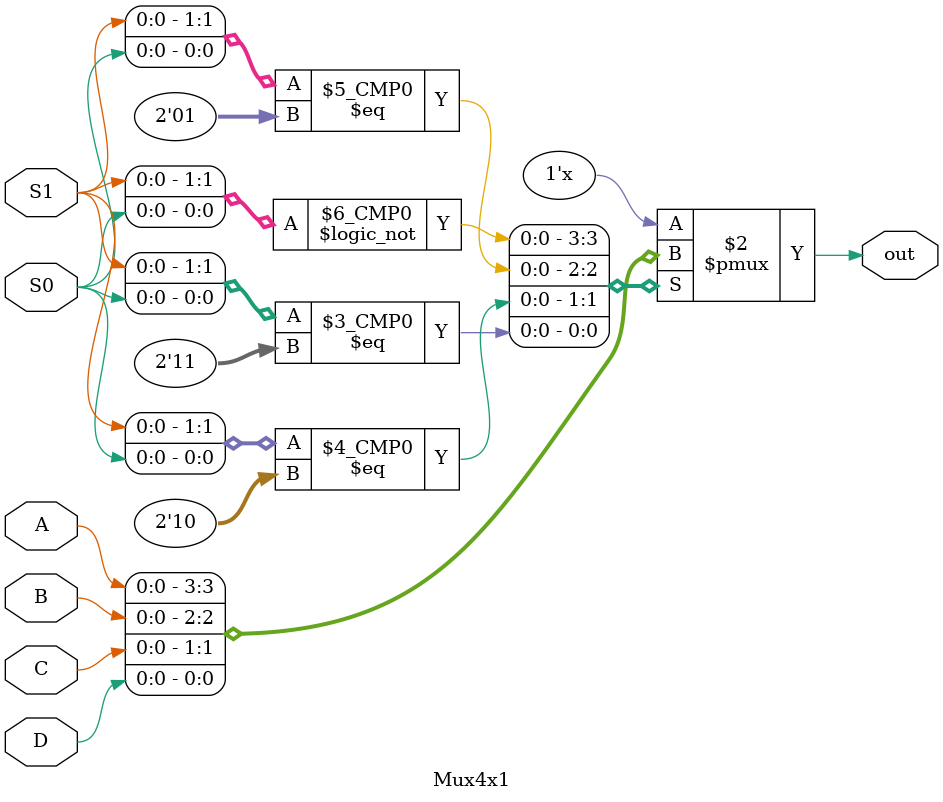
<source format=v>
module Mux4x1(input A, B, C, D, S0, S1, output reg out);

    always @(*) begin
        case ({S1, S0})

            2'd0 : out = A;
            2'd1 : out = B;
            2'd2 : out = C;
            2'd3 : out = D;
            default: out = 0;

        endcase
    end
endmodule
</source>
